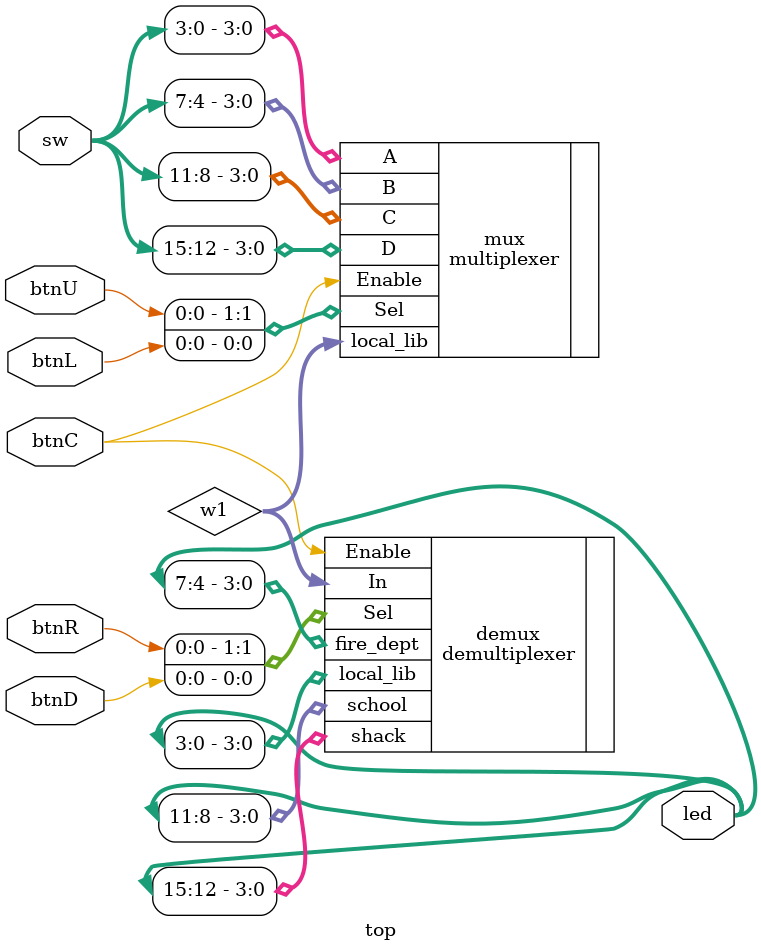
<source format=v>
module top(
    input [15:0] sw,
    input btnL, btnU, btnD, btnR, btnC,
    output [15:0] led
);
    
    wire [3:0] w1;

    multiplexer mux(
        .Sel({btnU, btnL}),
        .Enable(btnC),
        .A(sw[3:0]),
        .B(sw[7:4]),
        .C(sw[11:8]),
        .D(sw[15:12]),
        .local_lib(w1)
    );
    
    demultiplexer demux(
        .Sel({btnR, btnD}),
        .Enable(btnC),
        .In(w1),
        .local_lib(led[3:0]),
        .fire_dept(led[7:4]),
        .school(led[11:8]),
        .shack(led[15:12])
    );



endmodule

</source>
